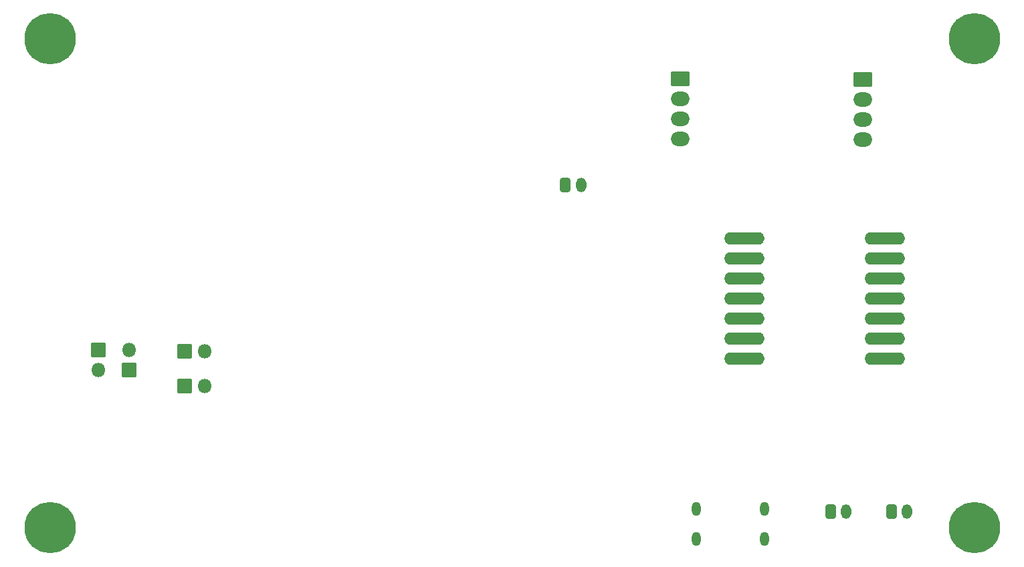
<source format=gbr>
%TF.GenerationSoftware,KiCad,Pcbnew,(6.0.4-0)*%
%TF.CreationDate,2022-09-14T13:57:10-06:00*%
%TF.ProjectId,sq_lockin_v8,73715f6c-6f63-46b6-996e-5f76382e6b69,rev?*%
%TF.SameCoordinates,Original*%
%TF.FileFunction,Soldermask,Bot*%
%TF.FilePolarity,Negative*%
%FSLAX46Y46*%
G04 Gerber Fmt 4.6, Leading zero omitted, Abs format (unit mm)*
G04 Created by KiCad (PCBNEW (6.0.4-0)) date 2022-09-14 13:57:10*
%MOMM*%
%LPD*%
G01*
G04 APERTURE LIST*
G04 Aperture macros list*
%AMRoundRect*
0 Rectangle with rounded corners*
0 $1 Rounding radius*
0 $2 $3 $4 $5 $6 $7 $8 $9 X,Y pos of 4 corners*
0 Add a 4 corners polygon primitive as box body*
4,1,4,$2,$3,$4,$5,$6,$7,$8,$9,$2,$3,0*
0 Add four circle primitives for the rounded corners*
1,1,$1+$1,$2,$3*
1,1,$1+$1,$4,$5*
1,1,$1+$1,$6,$7*
1,1,$1+$1,$8,$9*
0 Add four rect primitives between the rounded corners*
20,1,$1+$1,$2,$3,$4,$5,0*
20,1,$1+$1,$4,$5,$6,$7,0*
20,1,$1+$1,$6,$7,$8,$9,0*
20,1,$1+$1,$8,$9,$2,$3,0*%
G04 Aperture macros list end*
%ADD10O,1.102000X1.802000*%
%ADD11RoundRect,0.301000X-0.350000X-0.625000X0.350000X-0.625000X0.350000X0.625000X-0.350000X0.625000X0*%
%ADD12O,1.302000X1.852000*%
%ADD13RoundRect,0.051000X0.850000X-0.850000X0.850000X0.850000X-0.850000X0.850000X-0.850000X-0.850000X0*%
%ADD14O,1.802000X1.802000*%
%ADD15RoundRect,0.051000X-0.850000X-0.850000X0.850000X-0.850000X0.850000X0.850000X-0.850000X0.850000X0*%
%ADD16RoundRect,0.051000X0.850000X0.850000X-0.850000X0.850000X-0.850000X-0.850000X0.850000X-0.850000X0*%
%ADD17RoundRect,0.051000X-1.125000X0.875000X-1.125000X-0.875000X1.125000X-0.875000X1.125000X0.875000X0*%
%ADD18O,2.352000X1.852000*%
%ADD19C,6.502000*%
%ADD20O,5.102000X1.602000*%
G04 APERTURE END LIST*
D10*
%TO.C,J9*%
X195835000Y-117405000D03*
X204475000Y-117405000D03*
X204475000Y-113605000D03*
X195835000Y-113605000D03*
%TD*%
D11*
%TO.C,J11*%
X212800000Y-113950000D03*
D12*
X214800000Y-113950000D03*
%TD*%
D11*
%TO.C,J10*%
X220500000Y-113950000D03*
D12*
X222500000Y-113950000D03*
%TD*%
D13*
%TO.C,J4*%
X131000000Y-93600000D03*
D14*
X133540000Y-93600000D03*
%TD*%
D11*
%TO.C,J5*%
X179200000Y-72500000D03*
D12*
X181200000Y-72500000D03*
%TD*%
D13*
%TO.C,J6*%
X131000000Y-98000000D03*
D14*
X133540000Y-98000000D03*
%TD*%
D15*
%TO.C,J2*%
X120100000Y-93425000D03*
D14*
X120100000Y-95965000D03*
%TD*%
D16*
%TO.C,J3*%
X124000000Y-96000000D03*
D14*
X124000000Y-93460000D03*
%TD*%
D17*
%TO.C,PS2*%
X216900000Y-59160000D03*
D18*
X216900000Y-61700000D03*
X216900000Y-64240000D03*
X216900000Y-66780000D03*
%TD*%
D19*
%TO.C,H2*%
X114000000Y-54000000D03*
%TD*%
D20*
%TO.C,U5*%
X201910000Y-79280000D03*
X201910000Y-81820000D03*
X201910000Y-84360000D03*
X201910000Y-86900000D03*
X201910000Y-89440000D03*
X201910000Y-91980000D03*
X201910000Y-94520000D03*
X219690000Y-94520000D03*
X219690000Y-91980000D03*
X219690000Y-89440000D03*
X219690000Y-86900000D03*
X219690000Y-84360000D03*
X219690000Y-81820000D03*
X219690000Y-79280000D03*
%TD*%
D17*
%TO.C,PS1*%
X193757500Y-59092500D03*
D18*
X193757500Y-61632500D03*
X193757500Y-64172500D03*
X193757500Y-66712500D03*
%TD*%
D19*
%TO.C,H4*%
X114000000Y-116000000D03*
%TD*%
%TO.C,H1*%
X231000000Y-116000000D03*
%TD*%
%TO.C,H3*%
X231000000Y-54000000D03*
%TD*%
M02*

</source>
